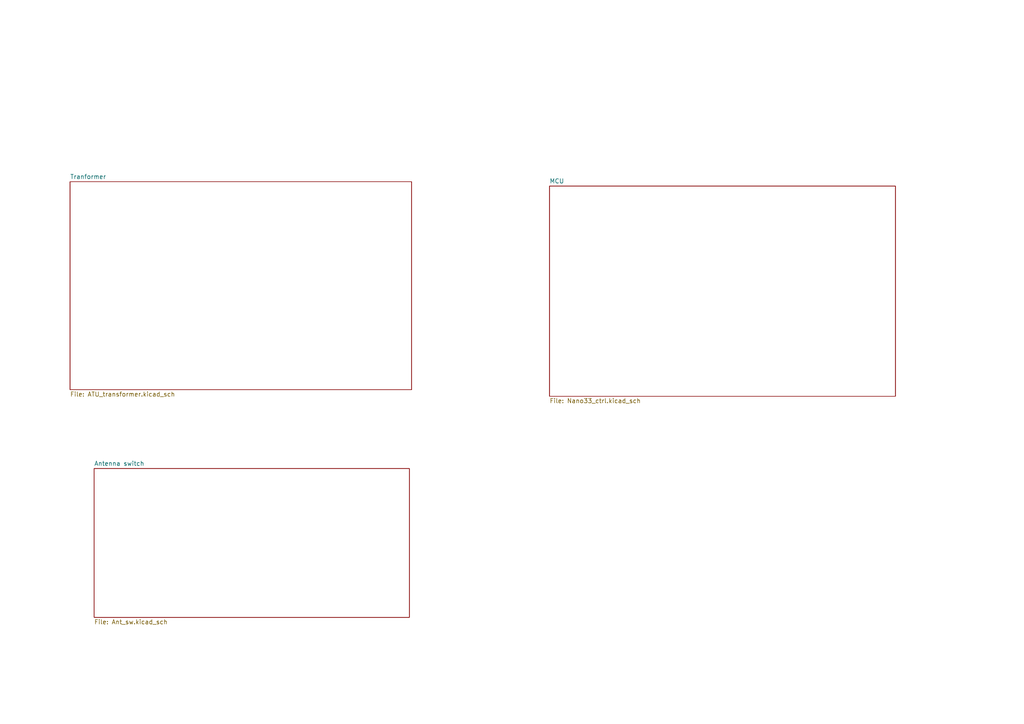
<source format=kicad_sch>
(kicad_sch (version 20230121) (generator eeschema)
  (paper "A4")
  (lib_symbols)
  (sheet (at 27.305 135.89) (size 91.44 43.18) (stroke (width 0.1524))
    (property "Sheetname" "Antenna switch" (at 27.305 135.1784 0) (effects (justify left bottom)))
    (property "Sheetfile" "Ant_sw.kicad_sch" (at 27.305 179.6546 0) (effects (justify left top)))
  )
  (sheet (at 159.385 53.975) (size 100.33 60.96) (stroke (width 0.1524))
    (property "Sheetname" "MCU" (at 159.385 53.2634 0) (effects (justify left bottom)))
    (property "Sheetfile" "Nano33_ctrl.kicad_sch" (at 159.385 115.5196 0) (effects (justify left top)))
  )
  (sheet (at 20.32 52.705) (size 99.06 60.325) (stroke (width 0.1524))
    (property "Sheetname" "Tranformer" (at 20.32 51.9934 0) (effects (justify left bottom)))
    (property "Sheetfile" "ATU_transformer.kicad_sch" (at 20.32 113.6146 0) (effects (justify left top)))
  )
)
</source>
